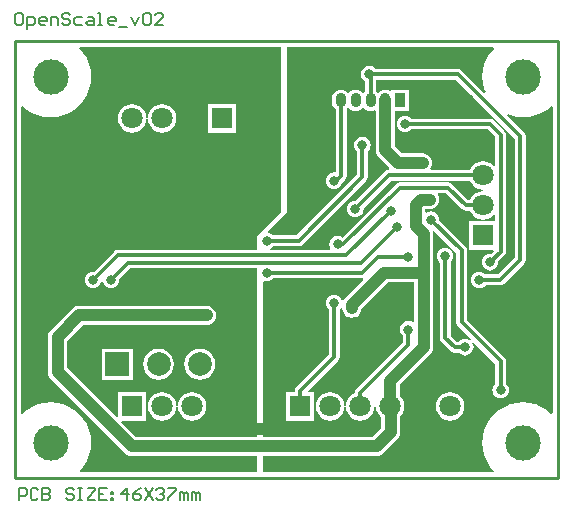
<source format=gbl>
%FSLAX43Y43*%
%MOMM*%
G71*
G01*
G75*
G04 Layer_Physical_Order=2*
G04 Layer_Color=16711680*
%ADD10R,0.700X1.200*%
%ADD11R,2.050X0.700*%
%ADD12R,2.050X0.500*%
%ADD13O,1.500X0.600*%
%ADD14R,1.500X0.600*%
%ADD15R,1.800X1.300*%
%ADD16O,0.600X1.500*%
%ADD17R,0.600X1.500*%
%ADD18R,0.450X1.075*%
%ADD19R,1.075X0.450*%
%ADD20C,1.000*%
%ADD21R,1.400X1.000*%
%ADD22R,1.000X1.400*%
%ADD23R,1.400X1.000*%
%ADD24R,1.000X1.400*%
%ADD25C,1.000*%
%ADD26C,0.305*%
%ADD27C,0.300*%
%ADD28C,0.500*%
%ADD29C,0.200*%
%ADD30C,0.254*%
%ADD31O,0.900X1.200*%
%ADD32R,0.900X1.200*%
%ADD33C,1.800*%
%ADD34R,1.800X1.800*%
%ADD35R,1.800X1.800*%
%ADD36C,3.000*%
%ADD37C,2.000*%
%ADD38R,2.000X2.000*%
%ADD39C,0.800*%
G36*
X42289Y28764D02*
Y18691D01*
X40859Y17261D01*
X39828D01*
X39799Y17299D01*
X39653Y17411D01*
X39483Y17482D01*
X39300Y17506D01*
X39117Y17482D01*
X38947Y17411D01*
X38801Y17299D01*
X38689Y17153D01*
X38618Y16983D01*
X38594Y16800D01*
X38618Y16617D01*
X38689Y16447D01*
X38801Y16301D01*
X38947Y16189D01*
X39117Y16118D01*
X39300Y16094D01*
X39483Y16118D01*
X39653Y16189D01*
X39799Y16301D01*
X39828Y16339D01*
X41050D01*
X41227Y16374D01*
X41376Y16474D01*
Y16474D01*
X41376D01*
D01*
D01*
D01*
D01*
D01*
D01*
X41376D01*
D01*
X41376D01*
Y16474D01*
D01*
D01*
D01*
D01*
Y16474D01*
D01*
D01*
D01*
D01*
D01*
D01*
Y16474D01*
D01*
D01*
X41376D01*
D01*
D01*
D01*
X43076Y18174D01*
X43176Y18323D01*
X43211Y18500D01*
D01*
D01*
D01*
D01*
D01*
X43211D01*
D01*
D01*
D01*
D01*
Y18500D01*
X43211D01*
D01*
Y18500D01*
D01*
D01*
D01*
D01*
D01*
D01*
D01*
D01*
D01*
D01*
D01*
D01*
Y18500D01*
D01*
X43211D01*
D01*
D01*
D01*
D01*
X43211Y18500D01*
Y28955D01*
X43176Y29132D01*
X43076Y29282D01*
X41638Y30720D01*
X41708Y30826D01*
X41938Y30731D01*
X42462Y30605D01*
X43000Y30562D01*
X43538Y30605D01*
X44062Y30731D01*
X44561Y30937D01*
X45021Y31219D01*
X45385Y31530D01*
X45500Y31477D01*
Y5523D01*
X45385Y5470D01*
X45021Y5781D01*
X44561Y6063D01*
X44062Y6269D01*
X43538Y6395D01*
X43000Y6438D01*
X42462Y6395D01*
X41938Y6269D01*
X41439Y6063D01*
X40979Y5781D01*
X40569Y5431D01*
X40219Y5021D01*
X39937Y4561D01*
X39731Y4062D01*
X39605Y3538D01*
X39562Y3000D01*
X39605Y2462D01*
X39731Y1938D01*
X39937Y1439D01*
X40219Y979D01*
X40530Y615D01*
X40477Y500D01*
X21000D01*
Y1893D01*
X30600D01*
X30809Y1921D01*
X31003Y2001D01*
X31171Y2129D01*
X32371Y3329D01*
X32499Y3497D01*
X32579Y3691D01*
X32607Y3900D01*
Y5242D01*
X32798Y5491D01*
X32919Y5783D01*
X32960Y6096D01*
X32919Y6409D01*
X32798Y6701D01*
X32606Y6952D01*
X32557Y6989D01*
Y7916D01*
X35152Y10510D01*
X35280Y10678D01*
X35360Y10872D01*
X35388Y11081D01*
Y17400D01*
Y20707D01*
X35360Y20916D01*
X35481Y20966D01*
X37339Y19109D01*
Y13200D01*
X37339Y13200D01*
X37339D01*
X37374Y13023D01*
X37474Y12874D01*
X38554Y11794D01*
X38470Y11698D01*
X38453Y11711D01*
X38283Y11782D01*
X38100Y11806D01*
X37917Y11782D01*
X37747Y11711D01*
X37601Y11599D01*
X37570Y11559D01*
X37390D01*
X36859Y12090D01*
Y18270D01*
X36899Y18301D01*
X37011Y18447D01*
X37082Y18617D01*
X37106Y18800D01*
X37082Y18983D01*
X37011Y19153D01*
X36899Y19299D01*
X36753Y19411D01*
X36583Y19482D01*
X36400Y19506D01*
X36217Y19482D01*
X36047Y19411D01*
X35901Y19299D01*
X35788Y19153D01*
X35718Y18983D01*
X35694Y18800D01*
X35718Y18617D01*
X35788Y18447D01*
X35901Y18301D01*
X35941Y18270D01*
Y11900D01*
X35941Y11900D01*
X35941D01*
X35976Y11724D01*
X36076Y11576D01*
X36876Y10776D01*
X37024Y10676D01*
X37200Y10641D01*
X37570D01*
X37601Y10601D01*
X37747Y10489D01*
X37917Y10418D01*
X38100Y10394D01*
X38283Y10418D01*
X38453Y10489D01*
X38599Y10601D01*
X38711Y10747D01*
X38782Y10917D01*
X38806Y11100D01*
X38782Y11283D01*
X38711Y11453D01*
X38698Y11470D01*
X38794Y11554D01*
X40639Y9709D01*
Y8028D01*
X40601Y7999D01*
X40489Y7853D01*
X40418Y7683D01*
X40394Y7500D01*
X40418Y7317D01*
X40489Y7147D01*
X40601Y7001D01*
X40747Y6889D01*
X40917Y6818D01*
X41100Y6794D01*
X41283Y6818D01*
X41453Y6889D01*
X41599Y7001D01*
X41711Y7147D01*
X41782Y7317D01*
X41806Y7500D01*
X41782Y7683D01*
X41711Y7853D01*
X41599Y7999D01*
X41561Y8028D01*
Y9900D01*
X41526Y10077D01*
X41426Y10226D01*
X41426Y10226D01*
D01*
D01*
D01*
D01*
X41426Y10226D01*
D01*
D01*
X41426D01*
X38261Y13391D01*
Y19300D01*
X38226Y19476D01*
X38126Y19626D01*
X38126Y19626D01*
D01*
D01*
D01*
D01*
X38126Y19626D01*
D01*
D01*
X38126D01*
X35900Y21852D01*
X35906Y21900D01*
X35882Y22083D01*
X35811Y22253D01*
X35699Y22399D01*
X35553Y22511D01*
X35383Y22582D01*
X35200Y22606D01*
X35017Y22582D01*
X34847Y22511D01*
X34840Y22506D01*
X34726Y22562D01*
Y22785D01*
X34734Y22793D01*
X35100D01*
X35309Y22821D01*
X35503Y22901D01*
X35671Y23029D01*
X35799Y23197D01*
X35879Y23391D01*
X35907Y23600D01*
X35879Y23809D01*
X35799Y24003D01*
X35782Y24025D01*
X35839Y24139D01*
X36490D01*
X37841Y22788D01*
X37990Y22688D01*
X38167Y22653D01*
X38167Y22653D01*
X38516D01*
X38576Y22509D01*
X38768Y22258D01*
X39019Y22066D01*
X39311Y21945D01*
X39624Y21904D01*
X39937Y21945D01*
X40229Y22066D01*
X40480Y22258D01*
X40518Y22308D01*
X40639Y22268D01*
Y21774D01*
X38424D01*
Y19374D01*
X40459D01*
X40508Y19257D01*
X40251Y18999D01*
X40200Y19006D01*
X40017Y18982D01*
X39847Y18911D01*
X39701Y18799D01*
X39589Y18653D01*
X39518Y18483D01*
X39494Y18300D01*
X39518Y18117D01*
X39589Y17947D01*
X39701Y17801D01*
X39847Y17689D01*
X40017Y17618D01*
X40200Y17594D01*
X40383Y17618D01*
X40553Y17689D01*
X40699Y17801D01*
X40811Y17947D01*
X40882Y18117D01*
X40906Y18300D01*
X40899Y18351D01*
X41416Y18867D01*
X41426Y18874D01*
X41526Y19023D01*
X41561Y19200D01*
Y29100D01*
X41526Y29277D01*
X41426Y29426D01*
X41416Y29433D01*
X40524Y30324D01*
X40376Y30424D01*
X40200Y30459D01*
X33530D01*
X33499Y30499D01*
X33353Y30611D01*
X33183Y30682D01*
X33000Y30706D01*
X32817Y30682D01*
X32647Y30611D01*
X32501Y30499D01*
X32389Y30353D01*
X32318Y30183D01*
X32294Y30000D01*
X32318Y29817D01*
X32389Y29647D01*
X32501Y29501D01*
X32647Y29389D01*
X32817Y29318D01*
X33000Y29294D01*
X33183Y29318D01*
X33353Y29389D01*
X33499Y29501D01*
X33530Y29541D01*
X40010D01*
X40639Y28912D01*
Y26500D01*
X40518Y26460D01*
X40480Y26510D01*
X40229Y26702D01*
X39937Y26823D01*
X39624Y26864D01*
X39311Y26823D01*
X39019Y26702D01*
X38768Y26510D01*
X38576Y26259D01*
X38521Y26128D01*
X35213D01*
X35157Y26242D01*
X35199Y26297D01*
X35279Y26491D01*
X35307Y26700D01*
X35279Y26909D01*
X35199Y27103D01*
X35071Y27271D01*
X34903Y27399D01*
X34709Y27479D01*
X34500Y27507D01*
X32734D01*
X32146Y28095D01*
Y31104D01*
X33339D01*
Y32904D01*
X31839D01*
Y32859D01*
X31725Y32803D01*
X31717Y32809D01*
X31535Y32885D01*
X31339Y32910D01*
X31143Y32885D01*
X30961Y32809D01*
X30804Y32689D01*
X30778Y32654D01*
X30650D01*
X30624Y32689D01*
X30550Y32745D01*
Y33739D01*
X37314D01*
X42289Y28764D01*
D02*
G37*
G36*
X29492Y16833D02*
X27929Y15271D01*
X27801Y15103D01*
X27790Y15076D01*
X27663D01*
X27611Y15201D01*
X27499Y15347D01*
X27353Y15459D01*
X27183Y15530D01*
X27000Y15554D01*
X26817Y15530D01*
X26647Y15459D01*
X26501Y15347D01*
X26389Y15201D01*
X26318Y15031D01*
X26294Y14848D01*
X26318Y14665D01*
X26389Y14495D01*
X26501Y14349D01*
X26539Y14319D01*
Y10431D01*
X23804Y7696D01*
X23704Y7547D01*
X23669Y7370D01*
Y7296D01*
X22930D01*
Y4896D01*
X25330D01*
Y7296D01*
X24874D01*
X24826Y7413D01*
X27326Y9914D01*
X27426Y10063D01*
X27461Y10240D01*
D01*
D01*
D01*
D01*
D01*
X27461D01*
D01*
D01*
D01*
D01*
Y10240D01*
X27461D01*
D01*
Y10240D01*
D01*
D01*
D01*
D01*
D01*
D01*
D01*
D01*
D01*
D01*
D01*
D01*
Y10240D01*
D01*
X27461D01*
D01*
D01*
D01*
D01*
X27461Y10240D01*
Y14319D01*
X27499Y14349D01*
X27573Y14444D01*
X27693Y14404D01*
Y14400D01*
X27721Y14191D01*
X27801Y13997D01*
X27929Y13829D01*
X28097Y13701D01*
X28291Y13621D01*
X28500Y13593D01*
X28709Y13621D01*
X28903Y13701D01*
X29071Y13829D01*
X29199Y13997D01*
X29279Y14191D01*
X29302Y14361D01*
X31534Y16593D01*
X33774D01*
Y13262D01*
X33660Y13206D01*
X33653Y13211D01*
X33483Y13282D01*
X33300Y13306D01*
X33117Y13282D01*
X32947Y13211D01*
X32801Y13099D01*
X32689Y12953D01*
X32618Y12783D01*
X32594Y12600D01*
X32618Y12417D01*
X32689Y12247D01*
X32801Y12101D01*
X32839Y12072D01*
Y11481D01*
X28884Y7526D01*
X28784Y7377D01*
X28750Y7204D01*
X28605Y7144D01*
X28354Y6952D01*
X28162Y6701D01*
X28041Y6409D01*
X28003Y6125D01*
X28003D01*
X27902D01*
X27873Y6150D01*
X27839Y6409D01*
X27718Y6701D01*
X27526Y6952D01*
X27275Y7144D01*
X26983Y7265D01*
X26670Y7306D01*
X26357Y7265D01*
X26065Y7144D01*
X25814Y6952D01*
X25622Y6701D01*
X25501Y6409D01*
X25460Y6096D01*
X25501Y5783D01*
X25622Y5491D01*
X25814Y5240D01*
X26065Y5048D01*
X26357Y4927D01*
X26670Y4886D01*
X26983Y4927D01*
X27275Y5048D01*
X27526Y5240D01*
X27718Y5491D01*
X27839Y5783D01*
X27876Y6067D01*
X27978D01*
X28007Y6042D01*
X28041Y5783D01*
X28162Y5491D01*
X28354Y5240D01*
X28605Y5048D01*
X28897Y4927D01*
X29210Y4886D01*
X29523Y4927D01*
X29815Y5048D01*
X30066Y5240D01*
X30258Y5491D01*
X30379Y5783D01*
X30417Y6067D01*
X30544D01*
X30581Y5783D01*
X30702Y5491D01*
X30894Y5240D01*
X30993Y5164D01*
Y4234D01*
X30266Y3507D01*
X21000D01*
Y16652D01*
X21106Y16723D01*
X21117Y16718D01*
X21300Y16694D01*
X21483Y16718D01*
X21653Y16789D01*
X21799Y16901D01*
X21828Y16939D01*
X29400D01*
X29432Y16945D01*
X29492Y16833D01*
D02*
G37*
G36*
X22500Y22500D02*
X20500Y20500D01*
Y19328D01*
X8667D01*
X8490Y19293D01*
X8340Y19193D01*
X6647Y17500D01*
X6600Y17506D01*
X6417Y17482D01*
X6247Y17411D01*
X6101Y17299D01*
X5989Y17153D01*
X5918Y16983D01*
X5894Y16800D01*
X5918Y16617D01*
X5989Y16447D01*
X6101Y16301D01*
X6247Y16189D01*
X6417Y16118D01*
X6600Y16094D01*
X6783Y16118D01*
X6953Y16189D01*
X7099Y16301D01*
X7211Y16447D01*
X7282Y16617D01*
X7286Y16652D01*
X7413D01*
X7418Y16617D01*
X7489Y16447D01*
X7601Y16301D01*
X7747Y16189D01*
X7917Y16118D01*
X8100Y16094D01*
X8283Y16118D01*
X8453Y16189D01*
X8599Y16301D01*
X8711Y16447D01*
X8782Y16617D01*
X8806Y16800D01*
X8800Y16847D01*
X9743Y17791D01*
X20500D01*
Y3507D01*
X10234D01*
X8962Y4779D01*
X9011Y4896D01*
X11106D01*
Y7296D01*
X8706D01*
Y5201D01*
X8589Y5152D01*
X4407Y9334D01*
Y10800D01*
D01*
D01*
D01*
D01*
X4407D01*
D01*
D01*
D01*
D01*
Y10800D01*
X4407D01*
D01*
Y10800D01*
D01*
D01*
D01*
D01*
D01*
D01*
D01*
D01*
D01*
D01*
D01*
D01*
Y10800D01*
D01*
X4407D01*
D01*
D01*
D01*
D01*
X4407Y10800D01*
Y11666D01*
X5734Y12993D01*
X16200D01*
X16409Y13021D01*
X16603Y13101D01*
X16771Y13229D01*
X16899Y13397D01*
X16979Y13591D01*
X17007Y13800D01*
X16979Y14009D01*
X16899Y14203D01*
X16771Y14371D01*
X16603Y14499D01*
X16409Y14579D01*
X16200Y14607D01*
X5400D01*
X5191Y14579D01*
X4997Y14499D01*
X4829Y14371D01*
X3029Y12571D01*
X2901Y12403D01*
X2821Y12209D01*
X2793Y12000D01*
Y10800D01*
X2793Y10800D01*
X2793D01*
Y9000D01*
X2793Y9000D01*
X2793D01*
X2821Y8791D01*
X2901Y8597D01*
X3029Y8429D01*
X9329Y2129D01*
X9329Y2129D01*
X9329D01*
X9329Y2129D01*
X9329D01*
X9329Y2129D01*
Y2129D01*
Y2129D01*
D01*
D01*
X9329D01*
Y2129D01*
X9497Y2001D01*
X9691Y1921D01*
X9900Y1893D01*
X20500D01*
Y500D01*
X5523D01*
X5470Y615D01*
X5781Y979D01*
X6063Y1439D01*
X6269Y1938D01*
X6395Y2462D01*
X6438Y3000D01*
X6395Y3538D01*
X6269Y4062D01*
X6063Y4561D01*
X5781Y5021D01*
X5431Y5431D01*
X5021Y5781D01*
X4561Y6063D01*
X4062Y6269D01*
X3538Y6395D01*
X3000Y6438D01*
X2462Y6395D01*
X1938Y6269D01*
X1439Y6063D01*
X979Y5781D01*
X615Y5470D01*
X500Y5523D01*
Y31477D01*
X615Y31530D01*
X979Y31219D01*
X1439Y30937D01*
X1938Y30731D01*
X2462Y30605D01*
X3000Y30562D01*
X3538Y30605D01*
X4062Y30731D01*
X4561Y30937D01*
X5021Y31219D01*
X5431Y31569D01*
X5781Y31979D01*
X6063Y32439D01*
X6269Y32938D01*
X6395Y33462D01*
X6438Y34000D01*
X6395Y34538D01*
X6269Y35062D01*
X6063Y35561D01*
X5781Y36021D01*
X5431Y36431D01*
X5456Y36500D01*
X22500D01*
Y22500D01*
D02*
G37*
G36*
X40530Y36385D02*
X40219Y36021D01*
X39937Y35561D01*
X39731Y35062D01*
X39605Y34538D01*
X39562Y34000D01*
X39605Y33462D01*
X39731Y32938D01*
X39826Y32708D01*
X39720Y32638D01*
X37832Y34526D01*
X37682Y34626D01*
X37506Y34661D01*
X30528D01*
X30499Y34699D01*
X30353Y34811D01*
X30183Y34882D01*
X30000Y34906D01*
X29817Y34882D01*
X29647Y34811D01*
X29501Y34699D01*
X29389Y34553D01*
X29318Y34383D01*
X29294Y34200D01*
X29318Y34017D01*
X29389Y33847D01*
X29501Y33701D01*
X29628Y33603D01*
Y32745D01*
X29554Y32689D01*
X29528Y32654D01*
X29400D01*
X29374Y32689D01*
X29217Y32809D01*
X29035Y32885D01*
X28839Y32910D01*
X28643Y32885D01*
X28461Y32809D01*
X28304Y32689D01*
X28278Y32654D01*
X28150D01*
X28124Y32689D01*
X27967Y32809D01*
X27785Y32885D01*
X27589Y32910D01*
X27393Y32885D01*
X27211Y32809D01*
X27054Y32689D01*
X26934Y32532D01*
X26858Y32350D01*
X26833Y32154D01*
Y31854D01*
X26858Y31658D01*
X26934Y31476D01*
X27054Y31319D01*
X27139Y31254D01*
Y25984D01*
X27043Y25900D01*
X27000Y25906D01*
X26817Y25882D01*
X26647Y25811D01*
X26501Y25699D01*
X26389Y25553D01*
X26318Y25383D01*
X26294Y25200D01*
X26318Y25017D01*
X26389Y24847D01*
X26501Y24701D01*
X26647Y24589D01*
X26817Y24518D01*
X27000Y24494D01*
X27183Y24518D01*
X27353Y24589D01*
X27499Y24701D01*
X27611Y24847D01*
X27682Y25017D01*
X27684Y25032D01*
X27926Y25274D01*
X28026Y25423D01*
X28061Y25600D01*
Y31271D01*
X28124Y31319D01*
X28150Y31354D01*
X28278D01*
X28304Y31319D01*
X28461Y31199D01*
X28643Y31123D01*
X28839Y31098D01*
X29035Y31123D01*
X29217Y31199D01*
X29374Y31319D01*
X29400Y31354D01*
X29528D01*
X29554Y31319D01*
X29711Y31199D01*
X29893Y31123D01*
X30089Y31098D01*
X30285Y31123D01*
X30427Y31182D01*
X30532Y31111D01*
Y27761D01*
X30532Y27761D01*
X30532D01*
X30560Y27552D01*
X30640Y27358D01*
X30768Y27190D01*
X31667Y26292D01*
X31667Y26128D01*
X31490Y26093D01*
X31340Y25993D01*
X28847Y23500D01*
X28800Y23506D01*
X28617Y23482D01*
X28447Y23411D01*
X28301Y23299D01*
X28189Y23153D01*
X28118Y22983D01*
X28094Y22800D01*
X28118Y22617D01*
X28189Y22447D01*
X28301Y22301D01*
X28447Y22189D01*
X28617Y22118D01*
X28800Y22094D01*
X28983Y22118D01*
X29153Y22189D01*
X29299Y22301D01*
X29411Y22447D01*
X29482Y22617D01*
X29506Y22800D01*
X29500Y22847D01*
X31858Y25205D01*
X38511D01*
X38576Y25049D01*
X38768Y24798D01*
X39019Y24606D01*
X39311Y24485D01*
X39595Y24448D01*
Y24320D01*
X39311Y24283D01*
X39019Y24162D01*
X38768Y23970D01*
X38576Y23719D01*
X38516Y23575D01*
X38358D01*
X37007Y24926D01*
X36857Y25026D01*
X36681Y25061D01*
X33381D01*
X33368Y25059D01*
X32567D01*
X32391Y25024D01*
X32242Y24924D01*
X27696Y20378D01*
X27653Y20411D01*
X27483Y20482D01*
X27300Y20506D01*
X27117Y20482D01*
X26947Y20411D01*
X26801Y20299D01*
X26689Y20153D01*
X26618Y19983D01*
X26594Y19800D01*
X26618Y19617D01*
X26689Y19447D01*
X26693Y19442D01*
X26636Y19328D01*
X21591D01*
X21566Y19452D01*
X21653Y19489D01*
X21799Y19601D01*
X21828Y19639D01*
X24000D01*
X24177Y19674D01*
X24326Y19774D01*
X29726Y25174D01*
X29826Y25323D01*
X29861Y25500D01*
D01*
D01*
D01*
D01*
D01*
X29861D01*
D01*
D01*
D01*
D01*
Y25500D01*
X29861D01*
D01*
Y25500D01*
D01*
D01*
D01*
D01*
D01*
D01*
D01*
D01*
D01*
D01*
D01*
D01*
Y25500D01*
D01*
X29861D01*
D01*
D01*
D01*
D01*
X29861Y25500D01*
Y27672D01*
X29899Y27701D01*
X30011Y27847D01*
X30082Y28017D01*
X30106Y28200D01*
X30082Y28383D01*
X30011Y28553D01*
X29899Y28699D01*
X29753Y28811D01*
X29583Y28882D01*
X29400Y28906D01*
X29217Y28882D01*
X29047Y28811D01*
X28901Y28699D01*
X28789Y28553D01*
X28718Y28383D01*
X28694Y28200D01*
X28718Y28017D01*
X28789Y27847D01*
X28901Y27701D01*
X28939Y27672D01*
Y25691D01*
X23809Y20561D01*
X21828D01*
X21799Y20599D01*
X21653Y20711D01*
X21483Y20782D01*
X21448Y20787D01*
X21407Y20907D01*
X23000Y22500D01*
Y22500D01*
Y36500D01*
X40477D01*
X40530Y36385D01*
D02*
G37*
%LPC*%
G36*
X12136Y10963D02*
X11797Y10919D01*
X11480Y10788D01*
X11209Y10579D01*
X11000Y10308D01*
X10869Y9991D01*
X10825Y9652D01*
X10869Y9313D01*
X11000Y8996D01*
X11209Y8725D01*
X11480Y8516D01*
X11797Y8385D01*
X12136Y8341D01*
X12475Y8385D01*
X12792Y8516D01*
X13063Y8725D01*
X13272Y8996D01*
X13403Y9313D01*
X13447Y9652D01*
X13403Y9991D01*
X13272Y10308D01*
X13063Y10579D01*
X12792Y10788D01*
X12475Y10919D01*
X12136Y10963D01*
D02*
G37*
G36*
X36830Y7306D02*
X36517Y7265D01*
X36225Y7144D01*
X35974Y6952D01*
X35782Y6701D01*
X35661Y6409D01*
X35620Y6096D01*
X35661Y5783D01*
X35782Y5491D01*
X35974Y5240D01*
X36225Y5048D01*
X36517Y4927D01*
X36830Y4886D01*
X37143Y4927D01*
X37435Y5048D01*
X37686Y5240D01*
X37878Y5491D01*
X37999Y5783D01*
X38040Y6096D01*
X37999Y6409D01*
X37878Y6701D01*
X37686Y6952D01*
X37435Y7144D01*
X37143Y7265D01*
X36830Y7306D01*
D02*
G37*
G36*
X14986Y7306D02*
X14673Y7265D01*
X14381Y7144D01*
X14130Y6952D01*
X13938Y6701D01*
X13817Y6409D01*
X13780Y6125D01*
X13779D01*
X13678D01*
X13649Y6150D01*
X13615Y6409D01*
X13494Y6701D01*
X13302Y6952D01*
X13051Y7144D01*
X12759Y7265D01*
X12446Y7306D01*
X12133Y7265D01*
X11841Y7144D01*
X11590Y6952D01*
X11398Y6701D01*
X11277Y6409D01*
X11236Y6096D01*
X11277Y5783D01*
X11398Y5491D01*
X11590Y5240D01*
X11841Y5048D01*
X12133Y4927D01*
X12446Y4886D01*
X12759Y4927D01*
X13051Y5048D01*
X13302Y5240D01*
X13494Y5491D01*
X13615Y5783D01*
X13653Y6067D01*
X13754D01*
X13783Y6042D01*
X13817Y5783D01*
X13938Y5491D01*
X14130Y5240D01*
X14381Y5048D01*
X14673Y4927D01*
X14986Y4886D01*
X15299Y4927D01*
X15591Y5048D01*
X15842Y5240D01*
X16034Y5491D01*
X16155Y5783D01*
X16196Y6096D01*
X16155Y6409D01*
X16034Y6701D01*
X15842Y6952D01*
X15591Y7144D01*
X15299Y7265D01*
X14986Y7306D01*
D02*
G37*
G36*
X15636Y10963D02*
X15297Y10919D01*
X14980Y10788D01*
X14709Y10579D01*
X14500Y10308D01*
X14369Y9991D01*
X14325Y9652D01*
X14369Y9313D01*
X14500Y8996D01*
X14709Y8725D01*
X14980Y8516D01*
X15297Y8385D01*
X15636Y8341D01*
X15975Y8385D01*
X16292Y8516D01*
X16563Y8725D01*
X16772Y8996D01*
X16903Y9313D01*
X16947Y9652D01*
X16903Y9991D01*
X16772Y10308D01*
X16563Y10579D01*
X16292Y10788D01*
X15975Y10919D01*
X15636Y10963D01*
D02*
G37*
G36*
X12446Y31690D02*
X12133Y31649D01*
X11841Y31528D01*
X11590Y31336D01*
X11398Y31085D01*
X11277Y30793D01*
X11240Y30509D01*
X11240D01*
X11138D01*
X11109Y30534D01*
X11075Y30793D01*
X10954Y31085D01*
X10762Y31336D01*
X10511Y31528D01*
X10219Y31649D01*
X9906Y31690D01*
X9593Y31649D01*
X9301Y31528D01*
X9050Y31336D01*
X8858Y31085D01*
X8737Y30793D01*
X8696Y30480D01*
X8737Y30167D01*
X8858Y29875D01*
X9050Y29624D01*
X9301Y29432D01*
X9593Y29311D01*
X9906Y29270D01*
X10219Y29311D01*
X10511Y29432D01*
X10762Y29624D01*
X10954Y29875D01*
X11075Y30167D01*
X11113Y30451D01*
X11214D01*
X11243Y30426D01*
X11277Y30167D01*
X11398Y29875D01*
X11590Y29624D01*
X11841Y29432D01*
X12133Y29311D01*
X12446Y29270D01*
X12759Y29311D01*
X13051Y29432D01*
X13302Y29624D01*
X13494Y29875D01*
X13615Y30167D01*
X13656Y30480D01*
X13615Y30793D01*
X13494Y31085D01*
X13302Y31336D01*
X13051Y31528D01*
X12759Y31649D01*
X12446Y31690D01*
D02*
G37*
G36*
X18726Y31680D02*
X16326D01*
Y29280D01*
X18726D01*
Y31680D01*
D02*
G37*
G36*
X9936Y10952D02*
X7336D01*
Y8352D01*
X9936D01*
Y10952D01*
D02*
G37*
%LPD*%
D25*
X34581Y17400D02*
Y20707D01*
X33919Y21369D02*
X34581Y20707D01*
X33919Y21369D02*
Y23119D01*
X34581Y11081D02*
Y17400D01*
X31750Y8250D02*
X34581Y11081D01*
X5400Y13800D02*
X16200D01*
X3600Y12000D02*
X5400Y13800D01*
X3600Y10800D02*
Y12000D01*
X31750Y6096D02*
X31800Y6046D01*
Y3900D02*
Y6046D01*
X30600Y2700D02*
X31800Y3900D01*
X9900Y2700D02*
X30600D01*
X3600Y9000D02*
X9900Y2700D01*
X3600Y9000D02*
Y10800D01*
X18600Y4200D02*
X29700D01*
X17526Y5274D02*
X18600Y4200D01*
X17526Y5274D02*
Y6604D01*
X34290Y4590D02*
Y6096D01*
X31200Y17400D02*
X33600D01*
X28500Y14400D02*
Y14700D01*
X31200Y17400D01*
X31339Y27761D02*
Y32004D01*
Y27761D02*
X32400Y26700D01*
X39483Y20433D02*
X39624Y20574D01*
X33600Y17400D02*
X34581D01*
X33919Y23119D02*
X34400Y23600D01*
X35100D01*
X31750Y6096D02*
Y8250D01*
X32400Y26700D02*
X34500D01*
D26*
X30000Y34200D02*
X30000Y34200D01*
X30089D01*
X24130Y7370D02*
X27000Y10240D01*
Y14848D01*
X28036Y18867D02*
X31800Y22631D01*
X9552Y18252D02*
X29252D01*
X32300Y21300D01*
X29400Y17400D02*
X30700Y18700D01*
X21300Y17400D02*
X29400D01*
X30700Y18700D02*
X33300D01*
X30089Y34200D02*
Y34289D01*
Y32004D02*
Y34200D01*
X37506D01*
X42750Y28955D01*
Y18500D02*
Y28955D01*
X41050Y16800D02*
X42750Y18500D01*
X39300Y16800D02*
X41050D01*
X41100Y7500D02*
Y9900D01*
X37800Y13200D02*
X41100Y9900D01*
X8667Y18867D02*
X28036D01*
X24000Y20100D02*
X29400Y25500D01*
Y28200D01*
X21300Y20100D02*
X24000D01*
X27600Y25600D02*
Y31993D01*
X6600Y16800D02*
X8667Y18867D01*
X6600Y16800D02*
Y16800D01*
X27589Y32004D02*
X27600Y31993D01*
X29210Y6096D02*
Y7200D01*
X33300Y12600D02*
X33300D01*
X29210Y7200D02*
X33300Y11290D01*
Y12600D01*
X39611Y25667D02*
X39624Y25654D01*
X27000Y25200D02*
X27200D01*
X27600Y25600D01*
X24130Y6096D02*
Y6250D01*
Y7370D01*
X33381Y24600D02*
X36681D01*
X38167Y23114D01*
X39624D01*
X37800Y13200D02*
Y19300D01*
X35200Y21900D02*
X37800Y19300D01*
X41100Y19200D02*
Y29100D01*
X28800Y22800D02*
Y22800D01*
X31667Y25667D01*
X39611D01*
X8100Y16800D02*
X9552Y18252D01*
D27*
X27767Y19800D02*
X32567Y24600D01*
X33381D01*
X21550Y15250D02*
X21650Y15350D01*
X21500Y15250D02*
X21550D01*
X23425Y14125D02*
X24500Y13050D01*
X22250Y15300D02*
X23425Y14125D01*
X21500Y15250D02*
X21500D01*
X21600Y15300D02*
Y15300D01*
X21603Y15300D02*
X22250D01*
X21600D02*
X21603D01*
Y15300D01*
X21600Y15300D02*
X21603D01*
X21600Y15300D02*
X21600Y15300D01*
X26339Y32004D02*
Y35339D01*
X26400Y35400D01*
X6000Y18600D02*
X6300D01*
X4500Y20100D02*
Y25425D01*
Y20100D02*
X6000Y18600D01*
X5875Y26800D02*
X10525D01*
X4500Y25425D02*
X5875Y26800D01*
X9400Y15700D02*
X10500Y16800D01*
X5025Y15700D02*
X9400D01*
X4500Y16225D02*
X5025Y15700D01*
X4500Y16225D02*
Y16800D01*
X37200Y11100D02*
X38100D01*
X36400Y11900D02*
X37200Y11100D01*
X36400Y11900D02*
Y18800D01*
X40200Y30000D02*
X41100Y29100D01*
X33000Y30000D02*
X40200D01*
X40200Y18300D02*
X41100Y19200D01*
X27300Y19800D02*
X27767D01*
D29*
X300Y-1800D02*
Y-800D01*
X800D01*
X966Y-967D01*
Y-1300D01*
X800Y-1467D01*
X300D01*
X1966Y-967D02*
X1800Y-800D01*
X1466D01*
X1300Y-967D01*
Y-1633D01*
X1466Y-1800D01*
X1800D01*
X1966Y-1633D01*
X2299Y-800D02*
Y-1800D01*
X2799D01*
X2966Y-1633D01*
Y-1467D01*
X2799Y-1300D01*
X2299D01*
X2799D01*
X2966Y-1134D01*
Y-967D01*
X2799Y-800D01*
X2299D01*
X4965Y-967D02*
X4799Y-800D01*
X4465D01*
X4299Y-967D01*
Y-1134D01*
X4465Y-1300D01*
X4799D01*
X4965Y-1467D01*
Y-1633D01*
X4799Y-1800D01*
X4465D01*
X4299Y-1633D01*
X5298Y-800D02*
X5632D01*
X5465D01*
Y-1800D01*
X5298D01*
X5632D01*
X6131Y-800D02*
X6798D01*
Y-967D01*
X6131Y-1633D01*
Y-1800D01*
X6798D01*
X7798Y-800D02*
X7131D01*
Y-1800D01*
X7798D01*
X7131Y-1300D02*
X7464D01*
X8131Y-1134D02*
X8297D01*
Y-1300D01*
X8131D01*
Y-1134D01*
Y-1633D02*
X8297D01*
Y-1800D01*
X8131D01*
Y-1633D01*
X9464Y-1800D02*
Y-800D01*
X8964Y-1300D01*
X9630D01*
X10630Y-800D02*
X10297Y-967D01*
X9964Y-1300D01*
Y-1633D01*
X10130Y-1800D01*
X10463D01*
X10630Y-1633D01*
Y-1467D01*
X10463Y-1300D01*
X9964D01*
X10963Y-800D02*
X11630Y-1800D01*
Y-800D02*
X10963Y-1800D01*
X11963Y-967D02*
X12130Y-800D01*
X12463D01*
X12629Y-967D01*
Y-1134D01*
X12463Y-1300D01*
X12296D01*
X12463D01*
X12629Y-1467D01*
Y-1633D01*
X12463Y-1800D01*
X12130D01*
X11963Y-1633D01*
X12963Y-800D02*
X13629D01*
Y-967D01*
X12963Y-1633D01*
Y-1800D01*
X13962D02*
Y-1134D01*
X14129D01*
X14295Y-1300D01*
Y-1800D01*
Y-1300D01*
X14462Y-1134D01*
X14629Y-1300D01*
Y-1800D01*
X14962D02*
Y-1134D01*
X15129D01*
X15295Y-1300D01*
Y-1800D01*
Y-1300D01*
X15462Y-1134D01*
X15628Y-1300D01*
Y-1800D01*
X500Y39400D02*
X167D01*
X0Y39233D01*
Y38567D01*
X167Y38400D01*
X500D01*
X666Y38567D01*
Y39233D01*
X500Y39400D01*
X1000Y38067D02*
Y39066D01*
X1500D01*
X1666Y38900D01*
Y38567D01*
X1500Y38400D01*
X1000D01*
X2499D02*
X2166D01*
X1999Y38567D01*
Y38900D01*
X2166Y39066D01*
X2499D01*
X2666Y38900D01*
Y38733D01*
X1999D01*
X2999Y38400D02*
Y39066D01*
X3499D01*
X3665Y38900D01*
Y38400D01*
X4665Y39233D02*
X4499Y39400D01*
X4165D01*
X3999Y39233D01*
Y39066D01*
X4165Y38900D01*
X4499D01*
X4665Y38733D01*
Y38567D01*
X4499Y38400D01*
X4165D01*
X3999Y38567D01*
X5665Y39066D02*
X5165D01*
X4998Y38900D01*
Y38567D01*
X5165Y38400D01*
X5665D01*
X6165Y39066D02*
X6498D01*
X6665Y38900D01*
Y38400D01*
X6165D01*
X5998Y38567D01*
X6165Y38733D01*
X6665D01*
X6998Y38400D02*
X7331D01*
X7164D01*
Y39400D01*
X6998D01*
X8331Y38400D02*
X7997D01*
X7831Y38567D01*
Y38900D01*
X7997Y39066D01*
X8331D01*
X8497Y38900D01*
Y38733D01*
X7831D01*
X8830Y38233D02*
X9497D01*
X9830Y39066D02*
X10163Y38400D01*
X10497Y39066D01*
X10830Y39233D02*
X10996Y39400D01*
X11330D01*
X11496Y39233D01*
Y38567D01*
X11330Y38400D01*
X10996D01*
X10830Y38567D01*
Y39233D01*
X12496Y38400D02*
X11830D01*
X12496Y39066D01*
Y39233D01*
X12329Y39400D01*
X11996D01*
X11830Y39233D01*
D30*
X0Y37000D02*
X46000D01*
Y0D02*
Y37000D01*
X0Y0D02*
X46000D01*
X0D02*
Y37000D01*
D31*
X26339Y32004D02*
D03*
X31339D02*
D03*
X30089D02*
D03*
X28839D02*
D03*
X27589D02*
D03*
D32*
X32589D02*
D03*
D33*
X17526Y6096D02*
D03*
X14986D02*
D03*
X12446D02*
D03*
X39624Y28194D02*
D03*
Y25654D02*
D03*
Y23114D02*
D03*
X26670Y6096D02*
D03*
X29210D02*
D03*
X31750D02*
D03*
X34290D02*
D03*
X36830D02*
D03*
X14986Y30480D02*
D03*
X12446D02*
D03*
X9906D02*
D03*
D34*
X9906Y6096D02*
D03*
X24130Y6096D02*
D03*
X17526Y30480D02*
D03*
D35*
X39624Y20574D02*
D03*
D36*
X3000Y3000D02*
D03*
X43000D02*
D03*
Y34000D02*
D03*
X3000D02*
D03*
D37*
X12136Y9652D02*
D03*
X15636D02*
D03*
X19136Y9752D02*
D03*
D38*
X8636Y9652D02*
D03*
D39*
X30000Y34200D02*
D03*
X33300Y18700D02*
D03*
X6600Y31200D02*
D03*
X1500Y29100D02*
D03*
X44250Y20250D02*
D03*
Y24000D02*
D03*
Y28250D02*
D03*
X19500Y16250D02*
D03*
X17500Y1250D02*
D03*
X37500D02*
D03*
X34000D02*
D03*
X30250D02*
D03*
X26000D02*
D03*
X21500Y15250D02*
D03*
X21300Y17400D02*
D03*
X8100Y22200D02*
D03*
X30600Y26100D02*
D03*
X26400Y24000D02*
D03*
Y35400D02*
D03*
X8100D02*
D03*
X12000D02*
D03*
X16200D02*
D03*
X21300D02*
D03*
X6300Y18600D02*
D03*
X39000Y4500D02*
D03*
X41100Y7500D02*
D03*
X29700Y4200D02*
D03*
X12600Y1200D02*
D03*
X7500D02*
D03*
X29400Y28200D02*
D03*
X19550Y20300D02*
D03*
X24500Y13050D02*
D03*
X1525Y15350D02*
D03*
X21675Y23100D02*
D03*
X21550Y31200D02*
D03*
Y27575D02*
D03*
X10525Y26800D02*
D03*
X38100Y11100D02*
D03*
X8100Y16800D02*
D03*
X6600Y16800D02*
D03*
X16200Y13800D02*
D03*
X3600Y10800D02*
D03*
X33300Y12600D02*
D03*
X34500Y26700D02*
D03*
X35100Y23600D02*
D03*
X33600Y17400D02*
D03*
X27300Y19800D02*
D03*
X21300Y20100D02*
D03*
X36400Y18800D02*
D03*
X28500Y14400D02*
D03*
X32300Y21300D02*
D03*
X35200Y21900D02*
D03*
X27000Y14848D02*
D03*
Y25200D02*
D03*
X31800Y22631D02*
D03*
X28800Y22800D02*
D03*
X39300Y16800D02*
D03*
X40200Y18300D02*
D03*
X33000Y30000D02*
D03*
X1300Y24875D02*
D03*
X1425Y19800D02*
D03*
X1500Y9900D02*
D03*
X4500Y16800D02*
D03*
X10500D02*
D03*
X34800Y35400D02*
D03*
X38400D02*
D03*
Y32100D02*
D03*
X43800Y7500D02*
D03*
X42000Y10800D02*
D03*
X23400Y21600D02*
D03*
X30300Y35400D02*
D03*
X6300Y11100D02*
D03*
M02*

</source>
